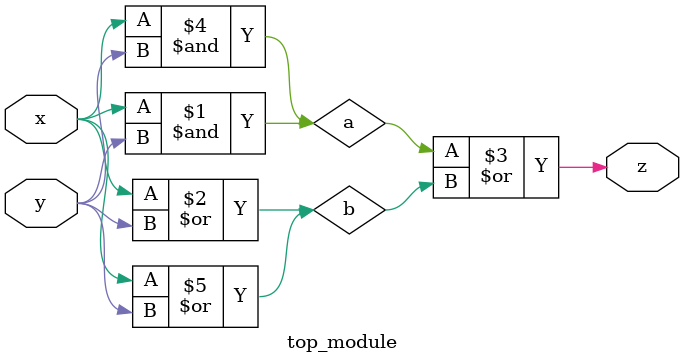
<source format=sv>
module top_module(
  input x,
  input y,
  output z);

  wire a, b;

  // First gate
  and gate1(a, x, y);     // a = x AND y

  // Second gate
  or gate2(b, x, y);      // b = x OR y

  // Third gate
  or gate3(z, a, b);      // z = a OR b

  assign a = x & y;      // a = x AND y
  assign b = x | y;      // b = x OR y

endmodule

</source>
